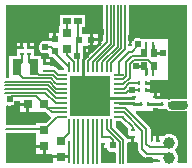
<source format=gtl>
G04*
G04 #@! TF.GenerationSoftware,Altium Limited,Altium Designer,19.0.15 (446)*
G04*
G04 Layer_Physical_Order=1*
G04 Layer_Color=255*
%FSLAX24Y24*%
%MOIN*%
G70*
G01*
G75*
%ADD10C,0.0059*%
%ADD14C,0.0079*%
%ADD16R,0.0106X0.0118*%
%ADD17R,0.0118X0.0106*%
%ADD18R,0.0217X0.0256*%
%ADD19R,0.0236X0.0197*%
%ADD20R,0.0256X0.0197*%
%ADD21R,0.0315X0.0295*%
%ADD22R,0.0295X0.0551*%
%ADD23R,0.0295X0.0315*%
%ADD24R,0.0315X0.0315*%
%ADD25R,0.0197X0.0236*%
%ADD26R,0.1378X0.1378*%
%ADD27O,0.0079X0.0335*%
%ADD28O,0.0335X0.0079*%
%ADD44C,0.0090*%
%ADD45C,0.0100*%
%ADD46C,0.0065*%
%ADD47C,0.0315*%
%ADD48C,0.0394*%
%ADD49C,0.0240*%
G36*
X431Y1844D02*
X297Y1710D01*
X247Y1731D01*
Y1826D01*
X79D01*
Y1678D01*
X194D01*
X215Y1628D01*
X-171Y1242D01*
X-174Y1238D01*
X-198Y1238D01*
X-206Y1244D01*
X-235Y1281D01*
X-231Y1296D01*
X-230Y1325D01*
X-231Y1354D01*
X-237Y1382D01*
X-240Y1391D01*
X-218Y1432D01*
X-206Y1441D01*
X-70D01*
Y1550D01*
X-223D01*
Y1650D01*
X-70D01*
Y1678D01*
X-21D01*
Y1876D01*
Y2074D01*
X-264D01*
Y2282D01*
X-176D01*
Y2679D01*
X-1006D01*
Y2324D01*
X-1045D01*
Y2108D01*
X-1131D01*
Y1890D01*
X-1181D01*
Y1840D01*
X-1418D01*
X-1430Y1834D01*
X-1439Y1837D01*
X-1467Y1843D01*
X-1496Y1844D01*
X-1525Y1843D01*
X-1553Y1837D01*
X-1580Y1828D01*
X-1606Y1815D01*
X-1630Y1799D01*
X-1652Y1780D01*
X-1671Y1758D01*
X-1687Y1734D01*
X-1700Y1708D01*
X-1709Y1681D01*
X-1715Y1653D01*
X-1717Y1624D01*
X-1715Y1595D01*
X-1709Y1567D01*
X-1700Y1540D01*
X-1687Y1514D01*
X-1671Y1490D01*
X-1652Y1468D01*
X-1630Y1449D01*
X-1606Y1433D01*
X-1580Y1420D01*
X-1553Y1411D01*
X-1525Y1405D01*
X-1496Y1404D01*
X-1467Y1405D01*
X-1439Y1411D01*
X-1430Y1414D01*
X-1389Y1392D01*
X-1380Y1380D01*
Y1278D01*
X-1239D01*
X-860Y898D01*
X-876Y848D01*
X-1024D01*
X-1117Y941D01*
X-1134Y956D01*
X-1153Y967D01*
X-1173Y975D01*
X-1194Y981D01*
X-1216Y982D01*
X-1357D01*
Y1017D01*
X-1516D01*
Y1067D01*
X-1566D01*
Y1220D01*
X-1632D01*
Y1320D01*
X-1888D01*
Y1558D01*
X-2047D01*
Y1608D01*
X-2097D01*
Y1761D01*
X-2233D01*
Y1608D01*
X-2283D01*
Y1558D01*
X-2443D01*
Y1320D01*
X-2698D01*
Y593D01*
X-2822D01*
Y3019D01*
X431D01*
Y1844D01*
D02*
G37*
G36*
X3216Y-108D02*
X3097D01*
X3091Y-108D01*
X2717D01*
X2689Y-110D01*
X2663Y-115D01*
X2637Y-124D01*
X2613Y-136D01*
X2611Y-137D01*
X2561Y-116D01*
Y-116D01*
X2324D01*
Y-95D01*
X2165D01*
Y-45D01*
X2115D01*
Y108D01*
X2006D01*
X2006Y135D01*
X1852D01*
Y235D01*
X2005D01*
Y256D01*
X2005D01*
Y365D01*
X1852D01*
Y465D01*
X2005D01*
Y525D01*
X2590D01*
X2590Y1905D01*
X1702D01*
X1700Y1906D01*
X1674Y1919D01*
X1647Y1928D01*
X1619Y1934D01*
X1590Y1936D01*
X1561Y1934D01*
X1533Y1928D01*
X1506Y1919D01*
X1480Y1906D01*
X1478Y1905D01*
X1403D01*
Y1850D01*
X1389D01*
Y1804D01*
X1386Y1799D01*
X1377Y1772D01*
X1371Y1744D01*
X1370Y1715D01*
X1371Y1697D01*
X1289D01*
Y1850D01*
X1282D01*
Y3019D01*
X3216D01*
Y-108D01*
D02*
G37*
G36*
X-2324Y-226D02*
X-2077D01*
Y-276D01*
X-2027D01*
Y-533D01*
X-1829D01*
X-1829Y-533D01*
X-1793D01*
Y-533D01*
X-1779Y-533D01*
X-1486D01*
X-1369Y-650D01*
X-1352Y-664D01*
X-1333Y-676D01*
X-1330Y-677D01*
X-1320Y-697D01*
X-1315Y-717D01*
X-1316Y-735D01*
X-1486Y-904D01*
X-1793D01*
Y-963D01*
X-2815D01*
X-2822Y-956D01*
Y-341D01*
X-2822Y-340D01*
X-2772Y-311D01*
X-2771Y-312D01*
X-2744Y-321D01*
X-2716Y-327D01*
X-2687Y-329D01*
X-2658Y-327D01*
X-2630Y-321D01*
X-2603Y-312D01*
X-2577Y-299D01*
X-2553Y-283D01*
X-2531Y-264D01*
X-2512Y-242D01*
X-2496Y-219D01*
X-2483Y-193D01*
X-2474Y-165D01*
X-2473Y-159D01*
X-2324D01*
Y-226D01*
D02*
G37*
G36*
X1258Y-1092D02*
Y-1391D01*
X1208Y-1405D01*
X1207Y-1404D01*
X1194Y-1389D01*
X848Y-1043D01*
Y-848D01*
X1015D01*
X1258Y-1092D01*
D02*
G37*
G36*
X2254Y-435D02*
X2548D01*
X2552Y-441D01*
X2570Y-461D01*
X2590Y-479D01*
X2613Y-494D01*
X2637Y-506D01*
X2663Y-515D01*
X2689Y-520D01*
X2717Y-522D01*
X3091D01*
X3097Y-522D01*
X3216D01*
Y-2232D01*
X2940D01*
X2919Y-2206D01*
X2909Y-2182D01*
X2918Y-2159D01*
X2928Y-2127D01*
X2933Y-2094D01*
X2935Y-2061D01*
X2933Y-2028D01*
X2928Y-1995D01*
X2918Y-1963D01*
X2906Y-1932D01*
X2890Y-1903D01*
X2870Y-1876D01*
X2848Y-1851D01*
X2840Y-1843D01*
X2834Y-1827D01*
Y-1795D01*
X2840Y-1779D01*
X2848Y-1771D01*
X2870Y-1746D01*
X2890Y-1719D01*
X2906Y-1690D01*
X2918Y-1659D01*
X2928Y-1627D01*
X2933Y-1594D01*
X2935Y-1561D01*
X2933Y-1528D01*
X2928Y-1495D01*
X2918Y-1463D01*
X2906Y-1432D01*
X2890Y-1403D01*
X2870Y-1376D01*
X2848Y-1351D01*
X2823Y-1329D01*
X2796Y-1309D01*
X2767Y-1293D01*
X2736Y-1280D01*
X2704Y-1271D01*
X2671Y-1266D01*
X2638Y-1264D01*
X2605Y-1266D01*
X2572Y-1271D01*
X2540Y-1280D01*
X2509Y-1293D01*
X2480Y-1309D01*
X2452Y-1329D01*
X2450Y-1331D01*
X2403Y-1339D01*
X2403Y-1339D01*
X2403Y-1339D01*
X2294D01*
Y-1492D01*
X2194D01*
Y-1339D01*
X2085D01*
Y-1518D01*
X2035Y-1541D01*
X2010Y-1522D01*
Y-1116D01*
X2008Y-1094D01*
X2003Y-1073D01*
X1995Y-1053D01*
X1983Y-1034D01*
X1969Y-1017D01*
X1519Y-568D01*
X1539Y-522D01*
X2077D01*
Y-423D01*
X2254D01*
Y-435D01*
D02*
G37*
G36*
X1467Y-1525D02*
X1576D01*
X1592Y-1569D01*
Y-1772D01*
X1594Y-1794D01*
X1599Y-1815D01*
X1608Y-1835D01*
X1619Y-1854D01*
X1633Y-1871D01*
X1787Y-2024D01*
X1804Y-2038D01*
X1822Y-2050D01*
X1843Y-2058D01*
X1864Y-2063D01*
X1886Y-2065D01*
X2085D01*
Y-2109D01*
X2244D01*
Y-2209D01*
X2085D01*
Y-2232D01*
X1232D01*
Y-1564D01*
X1258Y-1525D01*
X1367D01*
Y-1372D01*
X1467D01*
Y-1525D01*
D02*
G37*
G36*
X473Y-1761D02*
X556D01*
X557Y-1764D01*
X573Y-1788D01*
X592Y-1809D01*
X614Y-1828D01*
X638Y-1844D01*
X664Y-1857D01*
X691Y-1866D01*
X719Y-1872D01*
X748Y-1874D01*
X777Y-1872D01*
X805Y-1866D01*
X854Y-1899D01*
Y-2232D01*
X366D01*
Y-1761D01*
X373D01*
Y-1608D01*
X473D01*
Y-1761D01*
D02*
G37*
G36*
X-1793Y-1385D02*
X-1793Y-1399D01*
Y-1435D01*
X-1793Y-1449D01*
Y-1633D01*
X-1535D01*
Y-1683D01*
X-1485D01*
Y-1931D01*
X-1292D01*
X-1278Y-1931D01*
X-1242Y-1964D01*
Y-1987D01*
X-727D01*
Y-1790D01*
X-727D01*
Y-1754D01*
X-727D01*
Y-1494D01*
X-726Y-1494D01*
X-676Y-1520D01*
Y-2232D01*
X-727D01*
Y-2087D01*
X-1242D01*
Y-2232D01*
X-2822D01*
Y-1249D01*
X-2815Y-1242D01*
X-1793D01*
Y-1385D01*
D02*
G37*
%LPC*%
G36*
X-1231Y2108D02*
X-1380D01*
Y1940D01*
X-1231D01*
Y2108D01*
D02*
G37*
G36*
X247Y2074D02*
X79D01*
Y1926D01*
X247D01*
Y2074D01*
D02*
G37*
G36*
X-1888Y1761D02*
X-1997D01*
Y1658D01*
X-1888D01*
Y1761D01*
D02*
G37*
G36*
X-2333D02*
X-2443D01*
Y1658D01*
X-2333D01*
Y1761D01*
D02*
G37*
G36*
X-1357Y1220D02*
X-1466D01*
Y1117D01*
X-1357D01*
Y1220D01*
D02*
G37*
G36*
X2215Y108D02*
Y5D01*
X2324D01*
Y108D01*
X2215D01*
D02*
G37*
G36*
X-2127Y-326D02*
X-2324D01*
Y-533D01*
X-2127D01*
Y-326D01*
D02*
G37*
G36*
X-1585Y-1733D02*
X-1793D01*
Y-1931D01*
X-1585D01*
Y-1733D01*
D02*
G37*
%LPD*%
D10*
X945Y394D02*
X1106D01*
X1096Y551D02*
X1201Y656D01*
X945Y551D02*
X1096D01*
X1106Y394D02*
X1319Y607D01*
X2137Y1006D02*
X2137Y979D01*
X1938Y1205D02*
X2137Y1006D01*
X1458Y1205D02*
X1938D01*
X2082Y715D02*
Y924D01*
X2137Y979D01*
X1858Y1487D02*
Y1715D01*
X1803Y1431D02*
X1858Y1487D01*
X1694Y1323D02*
X1803Y1431D01*
X1409Y1323D02*
X1694D01*
X1319Y607D02*
Y1066D01*
X1458Y1205D01*
X1201Y1115D02*
X1409Y1323D01*
X1201Y656D02*
Y1115D01*
X236Y-2234D02*
Y-945D01*
X551Y-1096D02*
X984Y-1529D01*
X709Y-1087D02*
X1102Y-1480D01*
X984Y-2244D02*
Y-1529D01*
X1102Y-2244D02*
Y-1480D01*
X709Y-1087D02*
Y-945D01*
X551Y-1096D02*
Y-945D01*
X79Y-2234D02*
Y-945D01*
X-79Y-2234D02*
Y-945D01*
X-236Y-2234D02*
Y-945D01*
X1152Y1545D02*
Y3022D01*
X709Y1102D02*
X1152Y1545D01*
X1033Y1594D02*
Y3022D01*
X551Y1112D02*
X1033Y1594D01*
X551Y945D02*
Y1112D01*
X915Y1643D02*
Y3022D01*
X394Y1121D02*
X915Y1643D01*
X394Y945D02*
Y1121D01*
X797Y1692D02*
Y3022D01*
X236Y1131D02*
X797Y1692D01*
X236Y945D02*
Y1131D01*
X679Y1741D02*
Y3022D01*
X79Y1141D02*
X679Y1741D01*
X561Y1790D02*
Y3022D01*
X-79Y1150D02*
X561Y1790D01*
X709Y945D02*
Y1102D01*
X79Y945D02*
Y1141D01*
X-79Y945D02*
Y1150D01*
X-2234Y581D02*
X-1303D01*
X-2451Y797D02*
Y945D01*
Y797D02*
X-2234Y581D01*
X-1880Y856D02*
Y945D01*
Y856D02*
X-1722Y699D01*
X-2047Y1112D02*
X-1880Y945D01*
X-2451D02*
X-2283Y1112D01*
Y1384D01*
X-2047Y1112D02*
Y1384D01*
X-1722Y699D02*
X-1254D01*
X-1181Y626D02*
X-1106Y551D01*
X-1254Y699D02*
X-1182Y626D01*
X-1181D01*
X-1161Y440D02*
X-1115Y394D01*
X-1303Y581D02*
X-1162Y440D01*
X-1161D01*
X-1164Y276D02*
X-1125Y236D01*
X-2825Y344D02*
X-1401D01*
X-2825Y226D02*
X-1450D01*
X-2825Y108D02*
X-1499D01*
X-2825Y463D02*
X-1352D01*
X-1165Y276D01*
X-1164D01*
X-1135Y79D02*
X-945D01*
X-1401Y344D02*
X-1135Y79D01*
X-1450Y226D02*
X-1145Y-79D01*
X-1499Y108D02*
X-1154Y-236D01*
X-1106Y551D02*
X-945D01*
X-1115Y394D02*
X-945D01*
X-1125Y236D02*
X-945D01*
X-1145Y-79D02*
X-945D01*
X-1154Y-236D02*
X-945D01*
D14*
X-1427Y-394D02*
X-1270Y-551D01*
X945Y79D02*
X1179D01*
X1277Y1472D02*
X1339D01*
X945Y1140D02*
X1277Y1472D01*
X945Y709D02*
Y1140D01*
Y236D02*
X1129D01*
X1308Y414D02*
X1620D01*
X1129Y236D02*
X1308Y414D01*
X1377Y1472D02*
X1600Y1695D01*
X1339Y1472D02*
X1377Y1472D01*
X1285Y185D02*
X1628D01*
X1179Y79D02*
X1285Y185D01*
X-404Y1876D02*
Y2480D01*
X-450Y1325D02*
Y1790D01*
X-394Y1847D01*
X-364Y1876D01*
X-447Y1328D02*
X-424Y1305D01*
X-394Y945D02*
Y1305D01*
X-424D02*
X-394D01*
X394Y-1354D02*
Y-945D01*
X423Y-1384D02*
X658D01*
X394Y-1354D02*
X423Y-1384D01*
X-1309Y1624D02*
X-1181Y1496D01*
X-1496Y1624D02*
X-1309D01*
X-404Y2480D02*
X-394Y2470D01*
X-787Y2470D02*
X-778Y2480D01*
X-787Y2077D02*
Y2470D01*
Y1346D02*
Y1545D01*
Y1346D02*
X-551Y1110D01*
Y945D02*
Y1110D01*
X-1181Y1417D02*
Y1496D01*
Y1417D02*
X-709Y945D01*
X2476Y-1722D02*
X2638Y-1561D01*
X1998Y-1722D02*
X2476D01*
X1870Y-1594D02*
X1998Y-1722D01*
X2502Y-1925D02*
X2512D01*
X1886D02*
X2502D01*
X2638Y-2061D01*
X1732Y-1772D02*
X1886Y-1925D01*
X1148Y-394D02*
X1870Y-1116D01*
Y-1594D02*
Y-1116D01*
X1110Y-551D02*
X1732Y-1173D01*
Y-1772D02*
Y-1173D01*
X1073Y-709D02*
X1417Y-1053D01*
Y-1148D02*
Y-1053D01*
X945Y-709D02*
X1073D01*
X945Y-551D02*
X1110D01*
X945Y-394D02*
X1148D01*
X748Y-1654D02*
Y-1474D01*
X658Y-1384D02*
X748Y-1474D01*
X-1516Y843D02*
X-1216D01*
X-1082Y709D01*
X-945D01*
X-2598Y-20D02*
X-1801D01*
X-2687Y-108D02*
X-2598Y-20D01*
X-2815Y-1102D02*
X-1585D01*
X-1535Y-1152D01*
X-984Y-1506D02*
X-709Y-1230D01*
Y-945D01*
X-1535Y-1152D02*
X-1093Y-709D01*
X-945D01*
X-1270Y-551D02*
X-945D01*
X-1801Y-20D02*
X-1545Y-276D01*
X-1427Y-394D01*
X-945D01*
D16*
X1852Y185D02*
D03*
X1628D02*
D03*
X1852Y415D02*
D03*
X1628D02*
D03*
X1858Y715D02*
D03*
X2082D02*
D03*
X2082Y1715D02*
D03*
X1858D02*
D03*
X-447Y1600D02*
D03*
X-223D02*
D03*
X2408Y-276D02*
D03*
X2632D02*
D03*
X1699D02*
D03*
X1923D02*
D03*
D17*
X1339Y1697D02*
D03*
Y1472D02*
D03*
X423Y-1608D02*
D03*
Y-1384D02*
D03*
X1417Y-1372D02*
D03*
Y-1148D02*
D03*
X2244Y-1717D02*
D03*
Y-1492D02*
D03*
Y-2159D02*
D03*
Y-1935D02*
D03*
X-1516Y1067D02*
D03*
Y843D02*
D03*
X1457Y-270D02*
D03*
Y-45D02*
D03*
X-2283Y1608D02*
D03*
Y1384D02*
D03*
X-2047Y1608D02*
D03*
Y1384D02*
D03*
X2165Y-270D02*
D03*
Y-45D02*
D03*
D18*
X1803Y979D02*
D03*
X2137D02*
D03*
Y1431D02*
D03*
X1803Y1431D02*
D03*
D19*
X29Y1876D02*
D03*
X-364D02*
D03*
D20*
X-778Y2480D02*
D03*
X-404D02*
D03*
D21*
X-787Y2077D02*
D03*
Y1545D02*
D03*
X-1535Y-1152D02*
D03*
Y-1683D02*
D03*
X-984Y-1506D02*
D03*
Y-2037D02*
D03*
D22*
X-1880Y945D02*
D03*
X-2451D02*
D03*
D23*
X-1545Y-276D02*
D03*
X-2077D02*
D03*
D24*
X3091Y-315D02*
D03*
D25*
X-1181Y1890D02*
D03*
Y1496D02*
D03*
D26*
X0Y0D02*
D03*
D27*
X-709Y945D02*
D03*
X-551D02*
D03*
X-394D02*
D03*
X-236D02*
D03*
X-79D02*
D03*
X79D02*
D03*
X236D02*
D03*
X394D02*
D03*
X551D02*
D03*
X709D02*
D03*
Y-945D02*
D03*
X551D02*
D03*
X394D02*
D03*
X236D02*
D03*
X79D02*
D03*
X-79D02*
D03*
X-236D02*
D03*
X-394D02*
D03*
X-551D02*
D03*
X-709D02*
D03*
D28*
X945Y709D02*
D03*
Y551D02*
D03*
Y394D02*
D03*
Y236D02*
D03*
Y79D02*
D03*
Y-79D02*
D03*
Y-236D02*
D03*
Y-394D02*
D03*
Y-551D02*
D03*
Y-709D02*
D03*
X-945D02*
D03*
Y-551D02*
D03*
Y-394D02*
D03*
Y-236D02*
D03*
Y-79D02*
D03*
Y79D02*
D03*
Y236D02*
D03*
Y394D02*
D03*
Y551D02*
D03*
Y709D02*
D03*
D44*
X1530Y979D02*
X1803D01*
X1858Y715D02*
Y924D01*
X1803Y979D02*
X1858Y924D01*
X2082Y1487D02*
X2137Y1431D01*
X2082Y1487D02*
Y1695D01*
X2137Y1431D02*
X2410Y1431D01*
X32Y1495D02*
X312Y1775D01*
X-148Y1325D02*
Y1437D01*
X-203Y1418D02*
Y1600D01*
Y1418D02*
X-150Y1365D01*
X-236Y185D02*
Y1236D01*
X-148Y1325D01*
X1923Y-276D02*
X2408D01*
X1459D02*
X1699D01*
X1453Y-270D02*
X1459Y-276D01*
X1420Y-236D02*
X1453Y-270D01*
X1420Y-79D02*
X1453Y-45D01*
X305Y-79D02*
X1420D01*
X965Y-236D02*
X1420D01*
D45*
X1140Y-1250D02*
X1262Y-1372D01*
X1417D01*
D46*
X-551Y-945D02*
X-543Y-953D01*
X-402Y-954D02*
X-394Y-945D01*
X-551D02*
Y-906D01*
X-543Y-2234D02*
Y-953D01*
X-402Y-2234D02*
Y-954D01*
D47*
X2717Y-315D02*
X3091D01*
D48*
X2638Y-1561D02*
D03*
Y-2061D02*
D03*
D49*
X-1506Y-719D02*
D03*
X1760Y-641D02*
D03*
X2440Y0D02*
D03*
X2120Y405D02*
D03*
X1368Y1939D02*
D03*
X1400Y196D02*
D03*
X1590Y1715D02*
D03*
X1530Y979D02*
D03*
X2410Y1431D02*
D03*
X-150Y1375D02*
D03*
X-450Y1325D02*
D03*
X3091Y1939D02*
D03*
Y-1348D02*
D03*
Y-2116D02*
D03*
X2254Y2894D02*
D03*
X2697Y30D02*
D03*
Y-659D02*
D03*
X-1496Y1624D02*
D03*
X2254Y-1250D02*
D03*
X1969Y-2146D02*
D03*
X1063Y-1063D02*
D03*
X1367Y-1634D02*
D03*
X472Y-1850D02*
D03*
X730Y-2110D02*
D03*
X748Y-1654D02*
D03*
X-2687Y-108D02*
D03*
X3091Y-659D02*
D03*
X2203Y-657D02*
D03*
X3091Y30D02*
D03*
X433Y-433D02*
D03*
X0D02*
D03*
X-433D02*
D03*
X433Y0D02*
D03*
X0D02*
D03*
X-433D02*
D03*
X433Y433D02*
D03*
X0D02*
D03*
X-433D02*
D03*
X3091Y2894D02*
D03*
X1407D02*
D03*
X-1526Y1319D02*
D03*
X-2697Y2894D02*
D03*
X-1220D02*
D03*
X305D02*
D03*
X-1909Y-1526D02*
D03*
X-2697Y-1555D02*
D03*
Y1437D02*
D03*
X3100Y1043D02*
D03*
X-2697Y-2106D02*
D03*
X-2402Y1929D02*
D03*
X-2087D02*
D03*
X-2431Y-709D02*
D03*
X-2431Y-276D02*
D03*
X-1220Y2244D02*
D03*
X39Y2451D02*
D03*
X344Y2126D02*
D03*
X-1370Y-2110D02*
D03*
M02*

</source>
